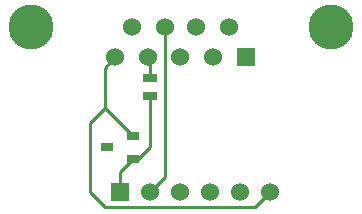
<source format=gbl>
G04 (created by PCBNEW (2013-may-18)-stable) date Fri 27 Mar 2015 08:27:45 PM IRDT*
%MOIN*%
G04 Gerber Fmt 3.4, Leading zero omitted, Abs format*
%FSLAX34Y34*%
G01*
G70*
G90*
G04 APERTURE LIST*
%ADD10C,0.00590551*%
%ADD11R,0.045X0.025*%
%ADD12C,0.15*%
%ADD13R,0.06X0.06*%
%ADD14C,0.06*%
%ADD15R,0.0394X0.0315*%
%ADD16C,0.01*%
G04 APERTURE END LIST*
G54D10*
G54D11*
X64500Y-58200D03*
X64500Y-58800D03*
G54D12*
X70550Y-56500D03*
X60550Y-56500D03*
G54D13*
X67700Y-57500D03*
G54D14*
X66600Y-57500D03*
X65500Y-57500D03*
X64450Y-57500D03*
X63350Y-57500D03*
X63900Y-56500D03*
X65000Y-56500D03*
X66050Y-56500D03*
X67150Y-56500D03*
G54D15*
X63067Y-60500D03*
X63933Y-60875D03*
X63933Y-60125D03*
G54D13*
X63500Y-62000D03*
G54D14*
X64500Y-62000D03*
X65500Y-62000D03*
X66500Y-62000D03*
X67500Y-62000D03*
X68500Y-62000D03*
G54D16*
X63000Y-59192D02*
X63000Y-57850D01*
X63000Y-57850D02*
X63350Y-57500D01*
X68500Y-62000D02*
X68000Y-62500D01*
X68000Y-62500D02*
X63000Y-62500D01*
X63000Y-62500D02*
X62500Y-62000D01*
X62500Y-62000D02*
X62500Y-59692D01*
X62500Y-59692D02*
X63000Y-59192D01*
X63000Y-59192D02*
X63933Y-60125D01*
X65000Y-56500D02*
X65000Y-61500D01*
X65000Y-61500D02*
X64500Y-62000D01*
X64500Y-58800D02*
X64500Y-60500D01*
X64125Y-60875D02*
X63933Y-60875D01*
X64500Y-60500D02*
X64125Y-60875D01*
X63500Y-62000D02*
X63500Y-61308D01*
X63500Y-61308D02*
X63933Y-60875D01*
X64500Y-58200D02*
X64500Y-57550D01*
X64500Y-57550D02*
X64450Y-57500D01*
M02*

</source>
